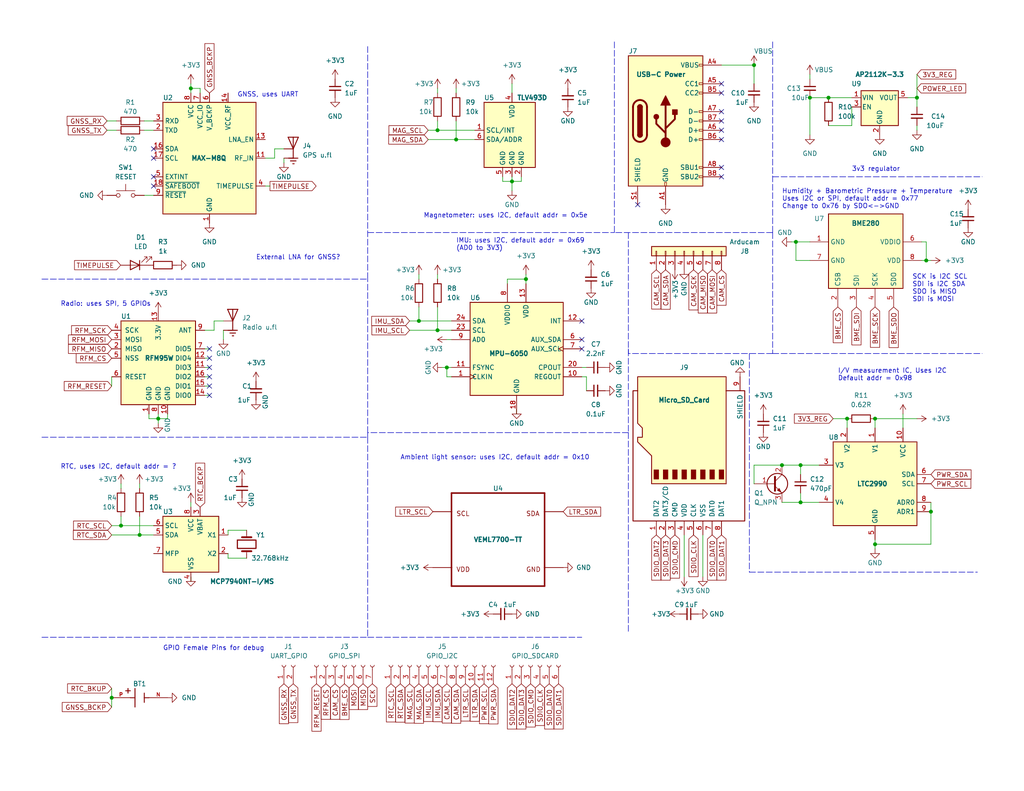
<source format=kicad_sch>
(kicad_sch (version 20211123) (generator eeschema)
  (paper "USLetter")
  (junction (at 121.92 100.33))
  (junction (at 238.76 114.3))
  (junction (at 114.3 87.63))
  (junction (at 238.76 148.59))
  (junction (at 33.02 143.51))
  (junction (at 218.44 127))
  (junction (at 217.17 66.04))
  (junction (at 143.51 76.2))
  (junction (at 226.06 26.67))
  (junction (at 218.44 137.16))
  (junction (at 43.18 114.3))
  (junction (at 250.19 26.67))
  (junction (at 213.36 127))
  (junction (at 119.38 90.17))
  (junction (at 220.98 26.67))
  (junction (at 205.74 17.78))
  (junction (at 139.7 49.53))
  (junction (at 231.14 114.3))
  (junction (at 38.1 146.05))
  (junction (at 252.73 71.12))
  (junction (at 124.46 38.1))
  (junction (at 119.38 35.56))
  (junction (at 52.07 24.13))
  (junction (at 30.48 190.5))
  (junction (at 254 139.7))
  (no_connect (at 158.75 92.71))
  (no_connect (at 57.15 105.41))
  (no_connect (at 196.85 35.56))
  (no_connect (at 41.91 50.8))
  (no_connect (at 57.15 100.33))
  (no_connect (at 158.75 87.63))
  (no_connect (at 41.91 43.18))
  (no_connect (at 196.85 25.4))
  (no_connect (at 41.91 48.26))
  (no_connect (at 196.85 45.72))
  (no_connect (at 196.85 38.1))
  (no_connect (at 41.91 40.64))
  (no_connect (at 158.75 95.25))
  (no_connect (at 196.85 22.86))
  (no_connect (at 196.85 30.48))
  (no_connect (at 57.15 97.79))
  (no_connect (at 173.99 55.88))
  (no_connect (at 57.15 102.87))
  (no_connect (at 196.85 33.02))
  (no_connect (at 57.15 95.25))
  (no_connect (at 57.15 107.95))
  (no_connect (at 196.85 48.26))
  (polyline (pts (xy 210.82 63.5) (xy 167.64 63.5)))
  (wire (pts (xy 57.15 102.87) (xy 55.88 102.87)))
  (wire (pts (xy 124.46 38.1) (xy 129.54 38.1)))
  (polyline (pts (xy 100.33 118.11) (xy 100.33 119.38)))
  (wire (pts (xy 54.61 24.13) (xy 52.07 24.13)))
  (wire (pts (xy 57.15 97.79) (xy 55.88 97.79)))
  (wire (pts (xy 252.73 71.12) (xy 251.46 71.12)))
  (polyline (pts (xy 171.45 96.52) (xy 171.45 95.25)))
  (wire (pts (xy 213.36 127) (xy 205.74 127)))
  (wire (pts (xy 30.48 143.51) (xy 33.02 143.51)))
  (wire (pts (xy 52.07 24.13) (xy 52.07 25.4)))
  (wire (pts (xy 111.76 90.17) (xy 119.38 90.17)))
  (wire (pts (xy 232.41 34.29) (xy 226.06 34.29)))
  (wire (pts (xy 57.15 100.33) (xy 55.88 100.33)))
  (wire (pts (xy 73.66 50.8) (xy 72.39 50.8)))
  (polyline (pts (xy 204.47 156.21) (xy 266.7 156.21)))
  (wire (pts (xy 60.96 92.71) (xy 60.96 90.17)))
  (wire (pts (xy 62.23 144.78) (xy 67.31 144.78)))
  (polyline (pts (xy 11.43 173.99) (xy 100.33 173.99)))
  (wire (pts (xy 43.18 113.03) (xy 43.18 114.3)))
  (wire (pts (xy 54.61 25.4) (xy 54.61 24.13)))
  (wire (pts (xy 218.44 137.16) (xy 218.44 134.62)))
  (wire (pts (xy 250.19 114.3) (xy 238.76 114.3)))
  (polyline (pts (xy 210.82 11.43) (xy 210.82 63.5)))
  (polyline (pts (xy 167.64 11.43) (xy 167.64 63.5)))
  (wire (pts (xy 254 148.59) (xy 254 139.7)))
  (wire (pts (xy 254 71.12) (xy 252.73 71.12)))
  (wire (pts (xy 250.19 26.67) (xy 250.19 29.21)))
  (wire (pts (xy 114.3 76.2) (xy 114.3 74.93)))
  (wire (pts (xy 57.15 95.25) (xy 55.88 95.25)))
  (wire (pts (xy 250.19 34.29) (xy 250.19 35.56)))
  (wire (pts (xy 143.51 74.93) (xy 143.51 76.2)))
  (wire (pts (xy 119.38 83.82) (xy 119.38 90.17)))
  (wire (pts (xy 186.69 146.05) (xy 186.69 157.48)))
  (wire (pts (xy 58.42 90.17) (xy 58.42 87.63)))
  (polyline (pts (xy 171.45 63.5) (xy 171.45 118.11)))
  (wire (pts (xy 39.37 33.02) (xy 41.91 33.02)))
  (wire (pts (xy 238.76 149.86) (xy 238.76 148.59)))
  (wire (pts (xy 121.92 102.87) (xy 121.92 100.33)))
  (wire (pts (xy 139.7 49.53) (xy 139.7 48.26)))
  (wire (pts (xy 121.92 100.33) (xy 123.19 100.33)))
  (wire (pts (xy 140.97 113.03) (xy 140.97 111.76)))
  (wire (pts (xy 119.38 90.17) (xy 123.19 90.17)))
  (wire (pts (xy 142.24 49.53) (xy 139.7 49.53)))
  (wire (pts (xy 158.75 102.87) (xy 160.02 102.87)))
  (wire (pts (xy 30.48 187.96) (xy 30.48 190.5)))
  (wire (pts (xy 215.9 66.04) (xy 217.17 66.04)))
  (wire (pts (xy 220.98 71.12) (xy 217.17 71.12)))
  (wire (pts (xy 58.42 87.63) (xy 60.96 87.63)))
  (wire (pts (xy 143.51 76.2) (xy 143.51 77.47)))
  (wire (pts (xy 45.72 113.03) (xy 45.72 114.3)))
  (wire (pts (xy 45.72 114.3) (xy 43.18 114.3)))
  (wire (pts (xy 137.16 48.26) (xy 137.16 49.53)))
  (wire (pts (xy 116.84 35.56) (xy 119.38 35.56)))
  (wire (pts (xy 124.46 25.4) (xy 124.46 24.13)))
  (wire (pts (xy 137.16 49.53) (xy 139.7 49.53)))
  (polyline (pts (xy 204.47 96.52) (xy 204.47 156.21)))
  (wire (pts (xy 33.02 140.97) (xy 33.02 143.51)))
  (wire (pts (xy 220.98 20.32) (xy 220.98 21.59)))
  (polyline (pts (xy 100.33 118.11) (xy 100.33 76.2)))
  (wire (pts (xy 72.39 43.18) (xy 74.93 43.18)))
  (polyline (pts (xy 210.82 96.52) (xy 171.45 96.52)))
  (wire (pts (xy 251.46 66.04) (xy 252.73 66.04)))
  (wire (pts (xy 33.02 143.51) (xy 41.91 143.51)))
  (wire (pts (xy 252.73 66.04) (xy 252.73 71.12)))
  (polyline (pts (xy 210.82 96.52) (xy 267.97 96.52)))
  (wire (pts (xy 238.76 148.59) (xy 238.76 147.32)))
  (wire (pts (xy 160.02 100.33) (xy 158.75 100.33)))
  (wire (pts (xy 223.52 137.16) (xy 218.44 137.16)))
  (wire (pts (xy 38.1 146.05) (xy 41.91 146.05)))
  (wire (pts (xy 77.47 44.45) (xy 77.47 43.18)))
  (wire (pts (xy 160.02 102.87) (xy 160.02 106.68)))
  (wire (pts (xy 38.1 133.35) (xy 38.1 132.08)))
  (polyline (pts (xy 100.33 63.5) (xy 167.64 63.5)))
  (wire (pts (xy 62.23 152.4) (xy 67.31 152.4)))
  (wire (pts (xy 119.38 33.02) (xy 119.38 35.56)))
  (wire (pts (xy 114.3 83.82) (xy 114.3 87.63)))
  (wire (pts (xy 74.93 43.18) (xy 74.93 40.64)))
  (wire (pts (xy 138.43 76.2) (xy 138.43 77.47)))
  (wire (pts (xy 227.33 114.3) (xy 231.14 114.3)))
  (wire (pts (xy 123.19 102.87) (xy 121.92 102.87)))
  (wire (pts (xy 213.36 137.16) (xy 218.44 137.16)))
  (wire (pts (xy 38.1 140.97) (xy 38.1 146.05)))
  (wire (pts (xy 29.21 35.56) (xy 31.75 35.56)))
  (polyline (pts (xy 100.33 173.99) (xy 158.75 173.99)))
  (wire (pts (xy 247.65 26.67) (xy 250.19 26.67)))
  (wire (pts (xy 223.52 127) (xy 218.44 127)))
  (wire (pts (xy 52.07 137.16) (xy 52.07 138.43)))
  (wire (pts (xy 220.98 26.67) (xy 226.06 26.67)))
  (wire (pts (xy 231.14 114.3) (xy 231.14 116.84)))
  (wire (pts (xy 114.3 87.63) (xy 123.19 87.63)))
  (wire (pts (xy 40.64 114.3) (xy 43.18 114.3)))
  (wire (pts (xy 116.84 38.1) (xy 124.46 38.1)))
  (wire (pts (xy 191.77 146.05) (xy 191.77 157.48)))
  (wire (pts (xy 111.76 87.63) (xy 114.3 87.63)))
  (wire (pts (xy 39.37 35.56) (xy 41.91 35.56)))
  (wire (pts (xy 217.17 66.04) (xy 220.98 66.04)))
  (wire (pts (xy 250.19 20.32) (xy 250.19 26.67)))
  (wire (pts (xy 226.06 26.67) (xy 232.41 26.67)))
  (wire (pts (xy 33.02 133.35) (xy 33.02 132.08)))
  (polyline (pts (xy 210.82 63.5) (xy 210.82 96.52)))
  (wire (pts (xy 40.64 113.03) (xy 40.64 114.3)))
  (polyline (pts (xy 11.43 76.2) (xy 100.33 76.2)))
  (wire (pts (xy 119.38 76.2) (xy 119.38 74.93)))
  (wire (pts (xy 30.48 105.41) (xy 30.48 102.87)))
  (wire (pts (xy 238.76 114.3) (xy 238.76 116.84)))
  (polyline (pts (xy 100.33 12.7) (xy 100.33 76.2)))
  (wire (pts (xy 254 137.16) (xy 254 139.7)))
  (wire (pts (xy 139.7 52.07) (xy 139.7 49.53)))
  (polyline (pts (xy 171.45 118.11) (xy 171.45 172.72)))
  (wire (pts (xy 142.24 48.26) (xy 142.24 49.53)))
  (wire (pts (xy 30.48 193.04) (xy 30.48 190.5)))
  (wire (pts (xy 218.44 127) (xy 218.44 129.54)))
  (wire (pts (xy 62.23 151.13) (xy 62.23 152.4)))
  (wire (pts (xy 246.38 113.03) (xy 246.38 116.84)))
  (wire (pts (xy 196.85 17.78) (xy 205.74 17.78)))
  (wire (pts (xy 139.7 22.86) (xy 139.7 25.4)))
  (polyline (pts (xy 210.82 48.26) (xy 267.97 48.26)))
  (wire (pts (xy 120.65 100.33) (xy 121.92 100.33)))
  (wire (pts (xy 30.48 146.05) (xy 38.1 146.05)))
  (wire (pts (xy 220.98 36.83) (xy 220.98 26.67)))
  (wire (pts (xy 217.17 66.04) (xy 217.17 71.12)))
  (wire (pts (xy 29.21 33.02) (xy 31.75 33.02)))
  (wire (pts (xy 124.46 33.02) (xy 124.46 38.1)))
  (wire (pts (xy 119.38 25.4) (xy 119.38 24.13)))
  (wire (pts (xy 43.18 114.3) (xy 43.18 115.57)))
  (wire (pts (xy 232.41 29.21) (xy 232.41 34.29)))
  (polyline (pts (xy 171.45 118.11) (xy 100.33 118.11)))
  (wire (pts (xy 52.07 158.75) (xy 52.07 157.48)))
  (wire (pts (xy 205.74 127) (xy 205.74 132.08)))
  (wire (pts (xy 57.15 107.95) (xy 55.88 107.95)))
  (wire (pts (xy 119.38 35.56) (xy 129.54 35.56)))
  (polyline (pts (xy 11.43 119.38) (xy 100.33 119.38)))
  (wire (pts (xy 39.37 53.34) (xy 41.91 53.34)))
  (wire (pts (xy 52.07 22.86) (xy 52.07 24.13)))
  (wire (pts (xy 213.36 127) (xy 218.44 127)))
  (wire (pts (xy 62.23 146.05) (xy 62.23 144.78)))
  (wire (pts (xy 143.51 76.2) (xy 138.43 76.2)))
  (wire (pts (xy 123.19 92.71) (xy 121.92 92.71)))
  (wire (pts (xy 238.76 148.59) (xy 254 148.59)))
  (wire (pts (xy 205.74 17.78) (xy 205.74 22.86)))
  (wire (pts (xy 55.88 90.17) (xy 58.42 90.17)))
  (polyline (pts (xy 100.33 119.38) (xy 100.33 173.99)))
  (wire (pts (xy 74.93 40.64) (xy 77.47 40.64)))
  (wire (pts (xy 57.15 105.41) (xy 55.88 105.41)))
  (text "Humidity + Barometric Pressure + Temperature\nUses I2C or SPI, default addr = 0x77\nChange to 0x76 by SDO<->GND" (at 213.36 57.15 0) (effects (font (size 1.27 1.27)) (justify left bottom)))
  (text "RTC, uses I2C, default addr = ?" (at 16.51 128.27 0) (effects (font (size 1.27 1.27)) (justify left bottom)))
  (text "Ambient light sensor: uses I2C, default addr = 0x10" (at 109.22 125.73 0) (effects (font (size 1.27 1.27)) (justify left bottom)))
  (text "SCK is I2C SCL\nSDI is I2C SDA\nSDO is MISO\nSDI is MOSI" (at 248.92 82.55 0) (effects (font (size 1.27 1.27)) (justify left bottom)))
  (text "IMU: uses I2C, default addr = 0x69\n(AD0 to 3V3)" (at 124.46 68.58 0) (effects (font (size 1.27 1.27)) (justify left bottom)))
  (text "Radio: uses SPI, 5 GPIOs" (at 16.51 83.82 0) (effects (font (size 1.27 1.27)) (justify left bottom)))
  (text "GPIO Female Pins for debug" (at 44.45 177.8 0) (effects (font (size 1.27 1.27)) (justify left bottom)))
  (text "Magnetometer: uses I2C, default addr = 0x5e\n" (at 115.57 59.69 0) (effects (font (size 1.27 1.27)) (justify left bottom)))
  (text "GNSS, uses UART" (at 64.77 26.67 0) (effects (font (size 1.27 1.27)) (justify left bottom)))
  (text "External LNA for GNSS?" (at 69.85 71.12 0) (effects (font (size 1.27 1.27)) (justify left bottom)))
  (text "I/V measurement IC, Uses I2C\nDefault addr = 0x98\n" (at 228.6 104.14 0) (effects (font (size 1.27 1.27)) (justify left bottom)))
  (text "3v3 regulator\n" (at 232.41 46.99 0) (effects (font (size 1.27 1.27)) (justify left bottom)))
  (global_label "SDIO_DAT0" (shape input) (at 149.86 186.69 270) (property "Intersheet References" "${INTERSHEET_REFS}" (effects hide)))
  (global_label "SDIO_DAT2" (shape input) (at 139.7 186.69 270) (property "Intersheet References" "${INTERSHEET_REFS}" (effects hide)))
  (global_label "BME_CS" (shape input) (at 93.98 186.69 270) (property "Intersheet References" "${INTERSHEET_REFS}" (effects hide)))
  (global_label "MAG_SCL" (shape input) (at 116.84 35.56 180) (property "Intersheet References" "${INTERSHEET_REFS}" (effects hide)))
  (global_label "GNSS_RX" (shape input) (at 29.21 33.02 180) (property "Intersheet References" "${INTERSHEET_REFS}" (effects hide)))
  (global_label "GNSS_TX" (shape input) (at 29.21 35.56 180) (property "Intersheet References" "${INTERSHEET_REFS}" (effects hide)))
  (global_label "SDIO_CLK" (shape input) (at 147.32 186.69 270) (property "Intersheet References" "${INTERSHEET_REFS}" (effects hide)))
  (global_label "RTC_BCKP" (shape input) (at 54.61 138.43 90) (property "Intersheet References" "${INTERSHEET_REFS}" (effects hide)))
  (global_label "RTC_BKUP" (shape input) (at 30.48 187.96 180) (property "Intersheet References" "${INTERSHEET_REFS}" (effects hide)))
  (global_label "RFM_CS" (shape input) (at 88.9 186.69 270) (property "Intersheet References" "${INTERSHEET_REFS}" (effects hide)))
  (global_label "IMU_SDA" (shape input) (at 119.38 186.69 270) (property "Intersheet References" "${INTERSHEET_REFS}" (effects hide)))
  (global_label "GNSS_BCKP" (shape input) (at 57.15 25.4 90) (property "Intersheet References" "${INTERSHEET_REFS}" (effects hide)))
  (global_label "RFM_MISO" (shape input) (at 30.48 95.25 180) (property "Intersheet References" "${INTERSHEET_REFS}" (effects hide)))
  (global_label "GNSS_TX" (shape input) (at 80.01 186.69 270) (property "Intersheet References" "${INTERSHEET_REFS}" (effects hide)))
  (global_label "CAM_MOSI" (shape input) (at 194.31 73.66 270) (property "Intersheet References" "${INTERSHEET_REFS}" (effects hide)))
  (global_label "RTC_SDA" (shape input) (at 30.48 146.05 180) (property "Intersheet References" "${INTERSHEET_REFS}" (effects hide)))
  (global_label "PWR_SCL" (shape input) (at 132.08 186.69 270) (property "Intersheet References" "${INTERSHEET_REFS}" (effects hide)))
  (global_label "CAM_CS" (shape input) (at 196.85 73.66 270) (property "Intersheet References" "${INTERSHEET_REFS}" (effects hide)))
  (global_label "RTC_SCL" (shape input) (at 106.68 186.69 270) (property "Intersheet References" "${INTERSHEET_REFS}" (effects hide)))
  (global_label "LTR_SCL" (shape input) (at 127 186.69 270) (property "Intersheet References" "${INTERSHEET_REFS}" (effects hide)))
  (global_label "GNSS_RX" (shape input) (at 77.47 186.69 270) (property "Intersheet References" "${INTERSHEET_REFS}" (effects hide)))
  (global_label "SDIO_CLK" (shape input) (at 189.23 146.05 270) (property "Intersheet References" "${INTERSHEET_REFS}" (effects hide)))
  (global_label "SDIO_DAT1" (shape input) (at 152.4 186.69 270) (property "Intersheet References" "${INTERSHEET_REFS}" (effects hide)))
  (global_label "RTC_SCL" (shape input) (at 30.48 143.51 180) (property "Intersheet References" "${INTERSHEET_REFS}" (effects hide)))
  (global_label "SDIO_DAT1" (shape input) (at 196.85 146.05 270) (property "Intersheet References" "${INTERSHEET_REFS}" (effects hide)))
  (global_label "RTC_SDA" (shape input) (at 109.22 186.69 270) (property "Intersheet References" "${INTERSHEET_REFS}" (effects hide)))
  (global_label "MISO" (shape input) (at 99.06 186.69 270) (property "Intersheet References" "${INTERSHEET_REFS}" (effects hide)))
  (global_label "BME_SDO" (shape input) (at 243.84 83.82 270) (property "Intersheet References" "${INTERSHEET_REFS}" (effects hide)))
  (global_label "SDIO_CMD" (shape input) (at 144.78 186.69 270) (property "Intersheet References" "${INTERSHEET_REFS}" (effects hide)))
  (global_label "POWER_LED" (shape input) (at 250.19 24.13 0) (property "Intersheet References" "${INTERSHEET_REFS}" (effects hide)))
  (global_label "BME_SDI" (shape input) (at 233.68 83.82 270) (property "Intersheet References" "${INTERSHEET_REFS}" (effects hide)))
  (global_label "3V3_REG" (shape input) (at 227.33 114.3 180) (property "Intersheet References" "${INTERSHEET_REFS}" (effects hide)))
  (global_label "MOSI" (shape input) (at 96.52 186.69 270) (property "Intersheet References" "${INTERSHEET_REFS}" (effects hide)))
  (global_label "CAM_SDA" (shape input) (at 124.46 186.69 270) (property "Intersheet References" "${INTERSHEET_REFS}" (effects hide)))
  (global_label "RFM_SCK" (shape input) (at 30.48 90.17 180) (property "Intersheet References" "${INTERSHEET_REFS}" (effects hide)))
  (global_label "GNSS_BCKP" (shape input) (at 30.48 193.04 180) (property "Intersheet References" "${INTERSHEET_REFS}" (effects hide)))
  (global_label "BME_CS" (shape input) (at 228.6 83.82 270) (property "Intersheet References" "${INTERSHEET_REFS}" (effects hide)))
  (global_label "LTR_SDA" (shape input) (at 129.54 186.69 270) (property "Intersheet References" "${INTERSHEET_REFS}" (effects hide)))
  (global_label "RFM_RESET" (shape input) (at 30.48 105.41 180) (property "Intersheet References" "${INTERSHEET_REFS}" (effects hide)))
  (global_label "CAM_SCK" (shape input) (at 189.23 73.66 270) (property "Intersheet References" "${INTERSHEET_REFS}" (effects hide)))
  (global_label "RFM_RESET" (shape input) (at 86.36 186.69 270) (property "Intersheet References" "${INTERSHEET_REFS}" (effects hide)))
  (global_label "SDIO_DAT2" (shape input) (at 179.07 146.05 270) (property "Intersheet References" "${INTERSHEET_REFS}" (effects hide)))
  (global_label "SDIO_DAT0" (shape input) (at 194.31 146.05 270) (property "Intersheet References" "${INTERSHEET_REFS}" (effects hide)))
  (global_label "LTR_SDA" (shape input) (at 153.67 139.7 0) (property "Intersheet References" "${INTERSHEET_REFS}" (effects hide)))
  (global_label "MAG_SCL" (shape input) (at 111.76 186.69 270) (property "Intersheet References" "${INTERSHEET_REFS}" (effects hide)))
  (global_label "PWR_SCL" (shape input) (at 254 132.08 0) (property "Intersheet References" "${INTERSHEET_REFS}" (effects hide)))
  (global_label "LTR_SCL" (shape input) (at 118.11 139.7 180) (property "Intersheet References" "${INTERSHEET_REFS}" (effects hide)))
  (global_label "IMU_SCL" (shape input) (at 111.76 90.17 180) (property "Intersheet References" "${INTERSHEET_REFS}" (effects hide)))
  (global_label "TIMEPULSE" (shape output) (at 73.66 50.8 0) (property "Intersheet References" "${INTERSHEET_REFS}" (effects hide)))
  (global_label "SDIO_DAT3" (shape input) (at 181.61 146.05 270) (property "Intersheet References" "${INTERSHEET_REFS}" (effects hide)))
  (global_label "CAM_SCL" (shape input) (at 121.92 186.69 270) (property "Intersheet References" "${INTERSHEET_REFS}" (effects hide)))
  (global_label "CAM_SCL" (shape input) (at 179.07 73.66 270) (property "Intersheet References" "${INTERSHEET_REFS}" (effects hide)))
  (global_label "CAM_CS" (shape input) (at 91.44 186.69 270) (property "Intersheet References" "${INTERSHEET_REFS}" (effects hide)))
  (global_label "RFM_MOSI" (shape input) (at 30.48 92.71 180) (property "Intersheet References" "${INTERSHEET_REFS}" (effects hide)))
  (global_label "PWR_SDA" (shape input) (at 134.62 186.69 270) (property "Intersheet References" "${INTERSHEET_REFS}" (effects hide)))
  (global_label "CAM_MISO" (shape input) (at 191.77 73.66 270) (property "Intersheet References" "${INTERSHEET_REFS}" (effects hide)))
  (global_label "IMU_SDA" (shape input) (at 111.76 87.63 180) (property "Intersheet References" "${INTERSHEET_REFS}" (effects hide)))
  (global_label "PWR_SDA" (shape input) (at 254 129.54 0) (property "Intersheet References" "${INTERSHEET_REFS}" (effects hide)))
  (global_label "TIMEPULSE" (shape output) (at 20.32 72.39 0) (property "Intersheet References" "${INTERSHEET_REFS}" (effects hide)))
  (global_label "MAG_SDA" (shape input) (at 114.3 186.69 270) (property "Intersheet References" "${INTERSHEET_REFS}" (effects hide)))
  (global_label "SDIO_CMD" (shape input) (at 184.15 146.05 270) (property "Intersheet References" "${INTERSHEET_REFS}" (effects hide)))
  (global_label "3V3_REG" (shape input) (at 250.19 20.32 0) (property "Intersheet References" "${INTERSHEET_REFS}" (effects hide)))
  (global_label "IMU_SCL" (shape input) (at 116.84 186.69 270) (property "Intersheet References" "${INTERSHEET_REFS}" (effects hide)))
  (global_label "BME_SCK" (shape input) (at 238.76 83.82 270) (property "Intersheet References" "${INTERSHEET_REFS}" (effects hide)))
  (global_label "CAM_SDA" (shape input) (at 181.61 73.66 270) (property "Intersheet References" "${INTERSHEET_REFS}" (effects hide)))
  (global_label "MAG_SDA" (shape input) (at 116.84 38.1 180) (property "Intersheet References" "${INTERSHEET_REFS}" (effects hide)))
  (global_label "SDIO_DAT3" (shape input) (at 142.24 186.69 270) (property "Intersheet References" "${INTERSHEET_REFS}" (effects hide)))
  (global_label "RFM_CS" (shape input) (at 30.48 97.79 180) (property "Intersheet References" "${INTERSHEET_REFS}" (effects hide)))
  (global_label "SCK" (shape input) (at 101.6 186.69 270) (property "Intersheet References" "${INTERSHEET_REFS}" (effects hide)))
  (symbol (lib_id "power:GND") (at 208.28 118.11 0) (unit 1)
    (property "Reference" "#PWR052" (effects hide))
    (property "Value" "GND" (at 208.28 121.92 0))
  )
  (symbol (lib_id "power:GND") (at 120.65 100.33 270) (unit 1)
    (property "Reference" "#PWR025" (effects hide))
    (property "Value" "GND" (at 116.84 100.33 0))
  )
  (symbol (lib_id "power:GND") (at 201.93 102.87 180) (unit 1)
    (property "Reference" "#PWR048" (effects hide))
    (property "Value" "GND" (at 203.2 99.06 0) (effects (justify left)))
  )
  (symbol (lib_id "Device:C_Small") (at 220.98 24.13 0) (unit 1)
    (property "Reference" "C13" (at 214.63 24.13 0) (effects (justify left)))
    (property "Value" "10uF" (at 215.9 26.67 0) (effects (justify left)))
    (property "Footprint" "Capacitor_SMD:C_0603_1608Metric" (effects hide))
  )
  (symbol (lib_id "Connector_Generic:Conn_01x08") (at 186.69 68.58 90) (unit 1)
    (property "Reference" "J8" (at 203.2 68.58 90))
    (property "Value" "Arducam" (at 203.2 66.04 90))
  )
  (symbol (lib_id "Device:R") (at 35.56 35.56 90) (unit 1)
    (property "Reference" "R2" (at 35.56 38.1 90))
    (property "Value" "470" (at 35.56 40.64 90))
    (property "Footprint" "Resistor_SMD:R_0603_1608Metric" (effects hide))
  )
  (symbol (lib_id "CR1220 holder:S8411-45R") (at 38.1 190.5 0) (unit 1)
    (property "Reference" "BT1" (at 38.1 186.69 0))
    (property "Value" "S8411-45R" (effects hide))
    (property "Footprint" "BAT_S8411-45R" (effects hide))
    (property "MAXIMUM_PACKAGE_HEIGHT" "4.25mm" (effects hide))
    (property "MANUFACTURER" "Harwin" (effects hide))
    (property "STANDARD" "Manufacturer Recommendations" (effects hide))
  )
  (symbol (lib_id "power:+3V3") (at 52.07 22.86 0) (unit 1)
    (property "Reference" "#PWR09" (effects hide))
    (property "Value" "+3V3" (at 52.07 17.78 0))
  )
  (symbol (lib_id "power:GND") (at 140.97 111.76 0) (unit 1)
    (property "Reference" "#PWR032" (effects hide))
    (property "Value" "GND" (at 140.97 115.57 0))
  )
  (symbol (lib_id "power:GND") (at 77.47 44.45 0) (unit 1)
    (property "Reference" "#PWR016" (effects hide))
    (property "Value" "GND" (at 77.47 48.26 0))
  )
  (symbol (lib_id "power:+3V3") (at 134.62 167.64 90) (unit 1)
    (property "Reference" "#PWR028" (effects hide))
    (property "Value" "+3V3" (at 128.27 167.64 90))
  )
  (symbol (lib_id "power:GND") (at 57.15 60.96 0) (unit 1)
    (property "Reference" "#PWR010" (effects hide))
    (property "Value" "GND" (at 57.15 66.04 0))
  )
  (symbol (lib_id "Connector:Conn_01x07_Female") (at 93.98 181.61 90) (unit 1)
    (property "Reference" "J3" (at 93.98 176.53 90))
    (property "Value" "GPIO_SPI" (at 93.98 179.07 90))
  )
  (symbol (lib_id "Sensor:LTC2990") (at 238.76 132.08 0) (unit 1)
    (property "Reference" "U8" (at 226.06 119.38 0) (effects (justify left)))
    (property "Value" "LTC2990" (at 233.68 132.08 0) (effects (font bold) (justify left)))
    (property "Footprint" "Package_SO:MSOP-10_3x3mm_P0.5mm" (effects hide))
    (property "Datasheet" "https://www.analog.com/media/en/technical-documentation/data-sheets/ltc2990.pdf" (effects hide))
  )
  (symbol (lib_id "U.FL-R-SMT-1_10_:U.FL-R-SMT-1(10)") (at 80.01 40.64 0) (unit 1)
    (property "Reference" "J4" (at 82.55 39.8144 0) (effects (justify left)))
    (property "Value" "GPS u.fl" (at 82.55 42.3544 0) (effects (justify left)))
    (property "Footprint" "u.fl:HRS_U.FL-R-SMT-1(10)" (effects hide))
    (property "STANDARD" "Manufacturer Recommendation" (effects hide))
    (property "PACKAGE" "None" (effects hide))
    (property "PRICE" "0.71 USD" (effects hide))
    (property "MANUFACTURER" "Hirose" (effects hide))
    (property "AVAILABILITY" "Good" (effects hide))
    (property "MP" "U.FL-R-SMT-1_10_" (effects hide))
    (property "DESCRIPTION" "U.FL Series 6 Ghz 50 Ohm Ultra-small SMT Coaxial Cable Receptacle" (effects hide))
  )
  (symbol (lib_id "power:+3V3") (at 186.69 157.48 180) (unit 1)
    (property "Reference" "#PWR045" (effects hide))
    (property "Value" "+3V3" (at 184.15 161.29 0) (effects (justify right)))
  )
  (symbol (lib_id "power:GND") (at 60.96 92.71 0) (unit 1)
    (property "Reference" "#PWR011" (effects hide))
    (property "Value" "GND" (at 60.96 96.52 0))
  )
  (symbol (lib_id "Device:R") (at 119.38 80.01 0) (unit 1)
    (property "Reference" "R8" (at 121.92 78.74 0) (effects (justify left)))
    (property "Value" "10k" (at 121.92 81.28 0) (effects (justify left)))
    (property "Footprint" "Resistor_SMD:R_0603_1608Metric" (effects hide))
  )
  (symbol (lib_id "power:GND") (at 69.85 109.22 0) (unit 1)
    (property "Reference" "#PWR015" (effects hide))
    (property "Value" "GND" (at 72.39 111.76 90) (effects (justify left)))
  )
  (symbol (lib_id "power:+3V3") (at 208.28 113.03 0) (unit 1)
    (property "Reference" "#PWR051" (effects hide))
    (property "Value" "+3V3" (at 208.28 107.95 0))
  )
  (symbol (lib_id "power:GND") (at 139.7 52.07 0) (unit 1)
    (property "Reference" "#PWR030" (effects hide))
    (property "Value" "GND" (at 139.7 55.88 0))
  )
  (symbol (lib_id "power:GND") (at 154.94 29.21 0) (unit 1)
    (property "Reference" "#PWR036" (effects hide))
    (property "Value" "GND" (at 154.94 33.02 0))
  )
  (symbol (lib_id "power:GND") (at 205.74 27.94 0) (unit 1)
    (property "Reference" "#PWR050" (effects hide))
    (property "Value" "GND" (at 205.74 33.02 0))
  )
  (symbol (lib_id "Connector:Conn_01x02_Female") (at 77.47 181.61 90) (unit 1)
    (property "Reference" "J1" (at 77.47 176.53 90) (effects (justify right)))
    (property "Value" "UART_GPIO" (at 73.66 179.07 90) (effects (justify right)))
  )
  (symbol (lib_id "power:GND") (at 181.61 55.88 0) (unit 1)
    (property "Reference" "#PWR041" (effects hide))
    (property "Value" "GND" (at 181.61 60.96 0))
  )
  (symbol (lib_id "power:GND") (at 48.26 72.39 90) (unit 1)
    (property "Reference" "#PWR07" (effects hide))
    (property "Value" "GND" (at 52.07 72.3899 90) (effects (justify right)))
  )
  (symbol (lib_id "power:GND") (at 29.21 53.34 270) (unit 1)
    (property "Reference" "#PWR01" (effects hide))
    (property "Value" "GND" (at 21.59 53.34 90) (effects (justify left)))
  )
  (symbol (lib_id "power:+3V3") (at 254 71.12 270) (unit 1)
    (property "Reference" "#PWR061" (effects hide))
    (property "Value" "+3V3" (at 257.81 71.1199 90) (effects (justify left)))
  )
  (symbol (lib_id "power:+3V3") (at 139.7 22.86 0) (unit 1)
    (property "Reference" "#PWR029" (effects hide))
    (property "Value" "+3V3" (at 139.7 17.78 0))
  )
  (symbol (lib_id "Sensor_Magnetic:TLV493D") (at 139.7 38.1 0) (unit 1)
    (property "Reference" "U5" (at 132.08 26.67 0) (effects (justify left)))
    (property "Value" "TLV493D" (at 140.97 26.67 0) (effects (font bold) (justify left)))
    (property "Footprint" "Package_TO_SOT_SMD:SOT-23-6" (effects hide))
    (property "Datasheet" "http://www.infineon.com/dgdl/Infineon-TLV493D-A1B6-DS-v01_00-EN.pdf?fileId=5546d462525dbac40152a6b85c760e80" (effects hide))
  )
  (symbol (lib_id "Device:C_Small") (at 69.85 106.68 180) (unit 1)
    (property "Reference" "C1" (at 66.04 105.41 0) (effects (justify right)))
    (property "Value" "1uF" (at 64.77 109.22 0) (effects (justify right)))
    (property "Footprint" "Capacitor_SMD:C_0603_1608Metric" (effects hide))
  )
  (symbol (lib_id "power:+3V3") (at 66.04 130.81 0) (unit 1)
    (property "Reference" "#PWR019" (effects hide))
    (property "Value" "+3V3" (at 66.04 125.73 0))
  )
  (symbol (lib_id "power:+3V3") (at 121.92 92.71 90) (unit 1)
    (property "Reference" "#PWR026" (effects hide))
    (property "Value" "+3V3" (at 115.57 95.25 90) (effects (justify right)))
  )
  (symbol (lib_id "Device:R") (at 124.46 29.21 0) (unit 1)
    (property "Reference" "R9" (at 127 27.94 0) (effects (justify left)))
    (property "Value" "10k" (at 127 30.48 0) (effects (justify left)))
    (property "Footprint" "Resistor_SMD:R_0603_1608Metric" (effects hide))
  )
  (symbol (lib_id "Device:C_Small") (at 187.96 167.64 270) (unit 1)
    (property "Reference" "C9" (at 186.6835 165.1 90) (effects (justify right)))
    (property "Value" "1uF" (at 190.5 165.1 90) (effects (justify right)))
    (property "Footprint" "Capacitor_SMD:C_0603_1608Metric" (effects hide))
  )
  (symbol (lib_id "Device:R") (at 234.95 114.3 90) (unit 1)
    (property "Reference" "R11" (at 234.95 107.95 90))
    (property "Value" "0.62R" (at 234.95 110.49 90))
    (property "Footprint" "Resistor_SMD:R_0603_1608Metric" (effects hide))
  )
  (symbol (lib_id "power:GND") (at 215.9 66.04 270) (unit 1)
    (property "Reference" "#PWR053" (effects hide))
    (property "Value" "GND" (at 212.09 63.5 90) (effects (justify left)))
  )
  (symbol (lib_id "power:GND") (at 264.16 62.23 0) (unit 1)
    (property "Reference" "#PWR063" (effects hide))
    (property "Value" "GND" (at 264.16 66.04 0))
  )
  (symbol (lib_id "Device:Q_NPN_BCE") (at 210.82 132.08 0) (unit 1)
    (property "Reference" "Q1" (at 205.74 134.62 0) (effects (justify left)))
    (property "Value" "Q_NPN" (at 205.74 137.16 0) (effects (justify left)))
  )
  (symbol (lib_id "power:GND") (at 238.76 149.86 0) (unit 1)
    (property "Reference" "#PWR056" (effects hide))
    (property "Value" "GND" (at 238.76 153.67 0))
  )
  (symbol (lib_id "Device:R") (at 38.1 137.16 0) (unit 1)
    (property "Reference" "R5" (at 40.64 135.89 0) (effects (justify left)))
    (property "Value" "10k" (at 40.64 138.43 0) (effects (justify left)))
    (property "Footprint" "Resistor_SMD:R_0603_1608Metric" (effects hide))
  )
  (symbol (lib_id "Device:C_Small") (at 250.19 31.75 0) (unit 1)
    (property "Reference" "C14" (at 254 31.75 0) (effects (justify left)))
    (property "Value" "10uF" (at 252.73 34.29 0) (effects (justify left)))
    (property "Footprint" "Capacitor_SMD:C_0603_1608Metric" (effects hide))
  )
  (symbol (lib_id "power:GND") (at 139.7 167.64 90) (unit 1)
    (property "Reference" "#PWR031" (effects hide))
    (property "Value" "GND" (at 147.32 167.64 90) (effects (justify left)))
  )
  (symbol (lib_id "power:GND") (at 165.1 106.68 90) (unit 1)
    (property "Reference" "#PWR040" (effects hide))
    (property "Value" "GND" (at 168.91 106.68 0))
  )
  (symbol (lib_id "power:+3V3") (at 33.02 132.08 0) (unit 1)
    (property "Reference" "#PWR06" (effects hide))
    (property "Value" "+3V3" (at 26.67 130.81 0) (effects (justify left)))
  )
  (symbol (lib_id "RF_GPS:MAX-M8Q") (at 57.15 43.18 0) (unit 1)
    (property "Reference" "U2" (at 44.45 26.67 0) (effects (justify left)))
    (property "Value" "MAX-M8Q" (at 52.07 43.18 0) (effects (font bold) (justify left)))
    (property "Footprint" "RF_GPS:ublox_MAX" (effects hide))
    (property "Datasheet" "https://www.u-blox.com/sites/default/files/MAX-M8-FW3_DataSheet_%28UBX-15031506%29.pdf" (effects hide))
  )
  (symbol (lib_id "power:+3V3") (at 184.15 73.66 180) (unit 1)
    (property "Reference" "#PWR042" (effects hide))
    (property "Value" "+3V3" (at 184.2604 79.0988 90))
  )
  (symbol (lib_id "power:GND") (at 45.72 190.5 90) (unit 1)
    (property "Reference" "#PWR?" (effects hide))
    (property "Value" "GND" (at 49.53 190.4999 90) (effects (justify right)))
  )
  (symbol (lib_id "Device:R") (at 35.56 33.02 90) (unit 1)
    (property "Reference" "R1" (at 35.56 27.94 90))
    (property "Value" "470" (at 35.56 30.48 90))
    (property "Footprint" "Resistor_SMD:R_0603_1608Metric" (effects hide))
  )
  (symbol (lib_id "power:+3V3") (at 124.46 24.13 0) (unit 1)
    (property "Reference" "#PWR027" (effects hide))
    (property "Value" "+3V3" (at 125.73 22.86 0) (effects (justify left)))
  )
  (symbol (lib_id "power:+3V3") (at 143.51 74.93 0) (unit 1)
    (property "Reference" "#PWR033" (effects hide))
    (property "Value" "+3V3" (at 143.51 69.85 0))
  )
  (symbol (lib_id "power:VBUS") (at 220.98 20.32 0) (unit 1)
    (property "Reference" "#PWR054" (effects hide))
    (property "Value" "VBUS" (at 222.25 19.05 0) (effects (justify left)))
  )
  (symbol (lib_id "power:GND") (at 91.44 26.67 0) (unit 1)
    (property "Reference" "#PWR018" (effects hide))
    (property "Value" "GND" (at 91.44 31.75 0))
  )
  (symbol (lib_id "power:+3V3") (at 118.11 154.94 90) (unit 1)
    (property "Reference" "#PWR022" (effects hide))
    (property "Value" "+3V3" (at 111.76 154.94 90))
  )
  (symbol (lib_id "power:+3V3") (at 119.38 74.93 0) (unit 1)
    (property "Reference" "#PWR024" (effects hide))
    (property "Value" "+3V3" (at 120.65 73.66 0) (effects (justify left)))
  )
  (symbol (lib_id "power:+3V3") (at 154.94 24.13 0) (unit 1)
    (property "Reference" "#PWR035" (effects hide))
    (property "Value" "+3V3" (at 154.94 19.05 0))
  )
  (symbol (lib_id "power:+3V3") (at 69.85 104.14 0) (unit 1)
    (property "Reference" "#PWR014" (effects hide))
    (property "Value" "+3V3" (at 69.85 99.06 0))
  )
  (symbol (lib_id "power:+3V3") (at 264.16 57.15 0) (unit 1)
    (property "Reference" "#PWR062" (effects hide))
    (property "Value" "+3V3" (at 264.16 52.07 0))
  )
  (symbol (lib_id "Device:C_Small") (at 91.44 24.13 0) (unit 1)
    (property "Reference" "C2" (at 93.98 22.8662 0) (effects (justify left)))
    (property "Value" "1uF" (at 93.98 25.4062 0) (effects (justify left)))
    (property "Footprint" "Capacitor_SMD:C_0603_1608Metric" (effects hide))
  )
  (symbol (lib_id "Device:R") (at 33.02 137.16 0) (unit 1)
    (property "Reference" "R4" (at 29.21 135.89 0) (effects (justify left)))
    (property "Value" "10k" (at 27.94 138.43 0) (effects (justify left)))
    (property "Footprint" "Resistor_SMD:R_0603_1608Metric" (effects hide))
  )
  (symbol (lib_id "Device:R") (at 226.06 30.48 0) (unit 1)
    (property "Reference" "R10" (at 228.6 29.2099 0) (effects (justify left)))
    (property "Value" "100k" (at 228.6 31.7499 0) (effects (justify left)))
    (property "Footprint" "Resistor_SMD:R_0603_1608Metric" (effects hide))
  )
  (symbol (lib_id "Connector:USB_C_Receptacle_USB2.0") (at 181.61 33.02 0) (unit 1)
    (property "Reference" "J7" (at 172.72 13.97 0))
    (property "Value" "USB-C Power" (at 180.34 20.32 0) (effects (font bold)))
    (property "Datasheet" "https://www.usb.org/sites/default/files/documents/usb_type-c.zip" (effects hide))
  )
  (symbol (lib_id "Device:C_Small") (at 205.74 25.4 0) (unit 1)
    (property "Reference" "C10" (at 199.39 25.4 0) (effects (justify left)))
    (property "Value" "1uF" (at 200.66 27.94 0) (effects (justify left)))
    (property "Footprint" "Capacitor_SMD:C_0603_1608Metric" (effects hide))
  )
  (symbol (lib_id "Switch:SW_Push") (at 34.29 53.34 0) (unit 1)
    (property "Reference" "SW1" (at 34.29 45.72 0))
    (property "Value" "RESET" (at 34.29 48.26 0))
    (property "Footprint" "Button_Switch_SMD:SW_Push_SPST_NO_Alps_SKRK" (effects hide))
  )
  (symbol (lib_id "Device:C_Small") (at 218.44 132.08 0) (unit 1)
    (property "Reference" "C12" (at 220.98 130.8162 0) (effects (justify left)))
    (property "Value" "470pF" (at 220.98 133.3562 0) (effects (justify left)))
    (property "Footprint" "Capacitor_SMD:C_0603_1608Metric" (effects hide))
  )
  (symbol (lib_id "Connector:Micro_SD_Card") (at 186.69 123.19 90) (unit 1)
    (property "Reference" "J9" (at 186.69 100.33 90))
    (property "Value" "Micro_SD_Card" (at 186.69 109.22 90) (effects (font bold)))
    (property "Datasheet" "http://katalog.we-online.de/em/datasheet/693072010801.pdf" (effects hide))
  )
  (symbol (lib_id "power:GND") (at 220.98 36.83 0) (unit 1)
    (property "Reference" "#PWR055" (effects hide))
    (property "Value" "GND" (at 220.98 41.91 0))
  )
  (symbol (lib_id "Device:C_Small") (at 66.04 133.35 180) (unit 1)
    (property "Reference" "C3" (at 62.23 130.81 0) (effects (justify right)))
    (property "Value" "1uF" (at 60.96 135.89 0) (effects (justify right)))
    (property "Footprint" "Capacitor_SMD:C_0603_1608Metric" (effects hide))
  )
  (symbol (lib_id "power:GND") (at 250.19 35.56 0) (unit 1)
    (property "Reference" "#PWR059" (effects hide))
    (property "Value" "GND" (at 250.19 40.64 0))
  )
  (symbol (lib_id "power:+3V3") (at 246.38 113.03 0) (unit 1)
    (property "Reference" "#PWR058" (effects hide))
    (property "Value" "+3V3" (at 246.38 107.95 0))
  )
  (symbol (lib_id "U.FL-R-SMT-1_10_:U.FL-R-SMT-1(10)") (at 63.5 87.63 0) (unit 1)
    (property "Reference" "J2" (at 66.04 86.8044 0) (effects (justify left)))
    (property "Value" "Radio u.fl" (at 66.04 89.3444 0) (effects (justify left)))
    (property "Footprint" "u.fl:HRS_U.FL-R-SMT-1(10)" (effects hide))
    (property "STANDARD" "Manufacturer Recommendation" (effects hide))
    (property "PACKAGE" "None" (effects hide))
    (property "PRICE" "0.71 USD" (effects hide))
    (property "MANUFACTURER" "Hirose" (effects hide))
    (property "AVAILABILITY" "Good" (effects hide))
    (property "MP" "U.FL-R-SMT-1_10_" (effects hide))
    (property "DESCRIPTION" "U.FL Series 6 Ghz 50 Ohm Ultra-small SMT Coaxial Cable Receptacle" (effects hide))
  )
  (symbol (lib_id "Device:C_Small") (at 137.16 167.64 270) (unit 1)
    (property "Reference" "C4" (at 135.89 165.1 90) (effects (justify right)))
    (property "Value" "1uF" (at 140.97 165.1 90) (effects (justify right)))
    (property "Footprint" "Capacitor_SMD:C_0603_1608Metric" (effects hide))
  )
  (symbol (lib_id "Sensor:BME280") (at 236.22 68.58 270) (unit 1)
    (property "Reference" "U7" (at 223.52 59.69 90))
    (property "Value" "BME280" (at 236.22 60.96 90) (effects (font bold)))
    (property "Footprint" "Package_LGA:Bosch_LGA-8_2.5x2.5mm_P0.65mm_ClockwisePinNumbering" (effects hide))
    (property "Datasheet" "https://ae-bst.resource.bosch.com/media/_tech/media/datasheets/BST-BME280-DS002.pdf" (effects hide))
  )
  (symbol (lib_id "power:GND") (at 43.18 115.57 0) (unit 1)
    (property "Reference" "#PWR04" (effects hide))
    (property "Value" "GND" (at 45.72 118.11 90) (effects (justify left)))
  )
  (symbol (lib_id "power:GND") (at 161.29 78.74 0) (unit 1)
    (property "Reference" "#PWR038" (effects hide))
    (property "Value" "GND" (at 161.29 82.55 0))
  )
  (symbol (lib_id "power:GND") (at 153.67 154.94 90) (unit 1)
    (property "Reference" "#PWR034" (effects hide))
    (property "Value" "GND" (at 161.29 154.94 90) (effects (justify left)))
  )
  (symbol (lib_id "VEML7700-TT:VEML7700-TT") (at 135.89 147.32 0) (unit 1)
    (property "Reference" "U4" (at 135.89 133.35 0))
    (property "Value" "VEML7700-TT" (at 135.89 147.32 0) (effects (font bold)))
    (property "Footprint" "VEML7700-TT:XDCR_VEML7700-TT" (effects hide))
    (property "PARTREV" "1.3" (effects hide))
    (property "MANUFACTURER" "Vishay" (effects hide))
    (property "STANDARD" "Manufacturer Recommendation" (effects hide))
  )
  (symbol (lib_id "Device:C_Small") (at 264.16 59.69 180) (unit 1)
    (property "Reference" "C15" (at 259.08 58.42 0) (effects (justify right)))
    (property "Value" "1uF" (at 259.08 60.96 0) (effects (justify right)))
    (property "Footprint" "Capacitor_SMD:C_0603_1608Metric" (effects hide))
  )
  (symbol (lib_id "Device:R") (at 114.3 80.01 0) (unit 1)
    (property "Reference" "R6" (at 110.49 78.74 0) (effects (justify left)))
    (property "Value" "10k" (at 109.22 81.28 0) (effects (justify left)))
    (property "Footprint" "Resistor_SMD:R_0603_1608Metric" (effects hide))
  )
  (symbol (lib_id "power:+3V3") (at 161.29 73.66 0) (unit 1)
    (property "Reference" "#PWR037" (effects hide))
    (property "Value" "+3V3" (at 161.29 68.58 0))
  )
  (symbol (lib_id "power:GND") (at 190.5 167.64 90) (unit 1)
    (property "Reference" "#PWR046" (effects hide))
    (property "Value" "GND" (at 195.58 167.64 90))
  )
  (symbol (lib_id "power:+3V3") (at 91.44 21.59 0) (unit 1)
    (property "Reference" "#PWR017" (effects hide))
    (property "Value" "+3V3" (at 91.44 16.51 0))
  )
  (symbol (lib_id "power:+3V3") (at 38.1 132.08 0) (unit 1)
    (property "Reference" "#PWR08" (effects hide))
    (property "Value" "+3V3" (at 39.37 130.81 0) (effects (justify left)))
  )
  (symbol (lib_id "power:GND") (at 165.1 100.33 90) (unit 1)
    (property "Reference" "#PWR039" (effects hide))
    (property "Value" "GND" (at 168.91 100.33 0))
  )
  (symbol (lib_id "Device:C_Small") (at 208.28 115.57 180) (unit 1)
    (property "Reference" "C11" (at 210.82 114.2935 0) (effects (justify right)))
    (property "Value" "1uF" (at 210.82 116.8335 0) (effects (justify right)))
    (property "Footprint" "Capacitor_SMD:C_0603_1608Metric" (effects hide))
  )
  (symbol (lib_id "power:GND") (at 186.69 73.66 0) (unit 1)
    (property "Reference" "#PWR044" (effects hide))
    (property "Value" "GND" (at 186.6624 76.7796 90) (effects (justify right)))
  )
  (symbol (lib_id "Connector:Conn_01x12_Female") (at 119.38 181.61 90) (unit 1)
    (property "Reference" "J5" (at 120.65 176.53 90))
    (property "Value" "GPIO_I2C" (at 120.65 179.07 90))
  )
  (symbol (lib_id "power:GND") (at 240.03 36.83 0) (unit 1)
    (property "Reference" "#PWR057" (effects hide))
    (property "Value" "GND" (at 240.03 41.91 0))
  )
  (symbol (lib_id "power:+3V3") (at 52.07 137.16 0) (unit 1)
    (property "Reference" "#PWR012" (effects hide))
    (property "Value" "+3V3" (at 49.53 133.35 0))
  )
  (symbol (lib_id "RF_Module:RFM95W-915S2") (at 43.18 97.79 0) (unit 1)
    (property "Reference" "U1" (at 33.02 86.36 0) (effects (justify left)))
    (property "Value" "RFM95W" (at 39.37 97.79 0) (effects (font bold) (justify left)))
    (property "Datasheet" "https://www.hoperf.com/data/upload/portal/20181127/5bfcbea20e9ef.pdf" (effects hide))
  )
  (symbol (lib_id "power:+3V3") (at 43.18 85.09 0) (unit 1)
    (property "Reference" "#PWR03" (effects hide))
    (property "Value" "+3V3" (at 43.18 80.01 0))
  )
  (symbol (lib_id "Device:R") (at 119.38 29.21 0) (unit 1)
    (property "Reference" "R7" (at 115.57 27.94 0) (effects (justify left)))
    (property "Value" "10k" (at 114.3 30.48 0) (effects (justify left)))
    (property "Footprint" "Resistor_SMD:R_0603_1608Metric" (effects hide))
  )
  (symbol (lib_id "Device:C_Small") (at 162.56 106.68 90) (unit 1)
    (property "Reference" "C8" (at 162.56 110.49 90))
    (property "Value" "0.1uF" (at 162.56 113.03 90))
    (property "Footprint" "Capacitor_SMD:C_0603_1608Metric" (effects hide))
  )
  (symbol (lib_id "Device:C_Small") (at 162.56 100.33 90) (unit 1)
    (property "Reference" "C7" (at 162.5663 93.98 90))
    (property "Value" "2.2nF" (at 162.5663 96.52 90))
    (property "Footprint" "Capacitor_SMD:C_0603_1608Metric" (effects hide))
  )
  (symbol (lib_id "Device:Crystal") (at 67.31 148.59 90) (unit 1)
    (property "Reference" "Y1" (at 69.85 146.05 90) (effects (justify right)))
    (property "Value" "32.768kHz" (at 68.58 152.4 90) (effects (justify right)))
  )
  (symbol (lib_id "power:GND") (at 66.04 135.89 0) (unit 1)
    (property "Reference" "#PWR020" (effects hide))
    (property "Value" "GND" (at 68.58 138.43 90) (effects (justify left)))
  )
  (symbol (lib_id "Device:C_Small") (at 161.29 76.2 180) (unit 1)
    (property "Reference" "C6" (at 163.83 74.9235 0) (effects (justify right)))
    (property "Value" "1uF" (at 163.83 77.4635 0) (effects (justify right)))
    (property "Footprint" "Capacitor_SMD:C_0603_1608Metric" (effects hide))
  )
  (symbol (lib_id "power:+3V3") (at 114.3 74.93 0) (unit 1)
    (property "Reference" "#PWR021" (effects hide))
    (property "Value" "+3V3" (at 107.95 73.66 0) (effects (justify left)))
  )
  (symbol (lib_id "Device:LED") (at 36.83 72.39 180) (unit 1)
    (property "Reference" "D1" (at 38.4175 64.77 0))
    (property "Value" "LED" (at 38.4175 67.31 0))
    (property "Footprint" "LED_SMD:LED_0603_1608Metric" (effects hide))
  )
  (symbol (lib_id "power:GND") (at 191.77 157.48 0) (unit 1)
    (property "Reference" "#PWR047" (effects hide))
    (property "Value" "GND" (at 191.77 161.29 0))
  )
  (symbol (lib_id "Device:C_Small") (at 154.94 26.67 180) (unit 1)
    (property "Reference" "C5" (at 157.48 25.3935 0) (effects (justify right)))
    (property "Value" "1uF" (at 157.48 27.9335 0) (effects (justify right)))
    (property "Footprint" "Capacitor_SMD:C_0603_1608Metric" (effects hide))
  )
  (symbol (lib_id "power:GND") (at 52.07 157.48 0) (unit 1)
    (property "Reference" "#PWR013" (effects hide))
    (property "Value" "GND" (at 45.72 158.75 0) (effects (justify left)))
  )
  (symbol (lib_id "Sensor_Motion:MPU-6050") (at 140.97 95.25 0) (unit 1)
    (property "Reference" "U6" (at 128.27 81.28 0) (effects (justify left)))
    (property "Value" "MPU-6050" (at 133.35 96.52 0) (effects (font bold) (justify left)))
    (property "Footprint" "Sensor_Motion:InvenSense_QFN-24_4x4mm_P0.5mm" (effects hide))
    (property "Datasheet" "https://store.invensense.com/datasheets/invensense/MPU-6050_DataSheet_V3%204.pdf" (effects hide))
  )
  (symbol (lib_id "power:+3V3") (at 185.42 167.64 90) (unit 1)
    (property "Reference" "#PWR043" (effects hide))
    (property "Value" "+3V3" (at 180.34 167.64 90))
  )
  (symbol (lib_id "power:+3V3") (at 250.19 114.3 270) (unit 1)
    (property "Reference" "#PWR060" (effects hide))
    (property "Value" "+3V3" (at 254 114.2999 90) (effects (justify left)))
  )
  (symbol (lib_id "Timer_RTC:MCP7940N-xMS") (at 52.07 148.59 0) (unit 1)
    (property "Reference" "U3" (at 44.45 139.7 0) (effects (justify left)))
    (property "Value" "MCP7940NT-I/MS" (at 57.15 158.75 0) (effects (font bold) (justify left)))
    (property "Datasheet" "http://ww1.microchip.com/downloads/en/DeviceDoc/20005010F.pdf" (effects hide))
  )
  (symbol (lib_id "Device:R") (at 44.45 72.39 90) (unit 1)
    (property "Reference" "R3" (at 44.45 66.04 90))
    (property "Value" "1k" (at 44.45 68.58 90))
    (property "Footprint" "Resistor_SMD:R_0603_1608Metric" (effects hide))
  )
  (symbol (lib_id "Regulator_Linear:AP2112K-3.3") (at 240.03 29.21 0) (unit 1)
    (property "Reference" "U9" (at 233.68 22.86 0))
    (property "Value" "AP2112K-3.3" (at 240.03 20.32 0) (effects (font bold)))
    (property "Footprint" "Package_TO_SOT_SMD:SOT-23-5" (effects hide))
    (property "Datasheet" "https://www.diodes.com/assets/Datasheets/AP2112.pdf" (effects hide))
  )
  (symbol (lib_id "power:VBUS") (at 205.74 17.78 0) (unit 1)
    (property "Reference" "#PWR049" (effects hide))
    (property "Value" "VBUS" (at 208.28 13.97 0))
  )
  (symbol (lib_id "Connector:Conn_01x06_Female") (at 144.78 181.61 90) (unit 1)
    (property "Reference" "J6" (at 146.05 176.53 90))
    (property "Value" "GPIO_SDCARD" (at 146.05 179.07 90))
  )
  (symbol (lib_id "power:+3V3") (at 119.38 24.13 0) (unit 1)
    (property "Reference" "#PWR023" (effects hide))
    (property "Value" "+3V3" (at 113.03 22.86 0) (effects (justify left)))
  )
)
</source>
